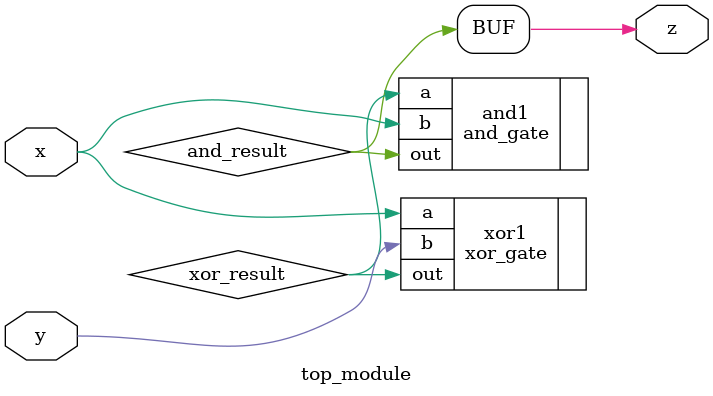
<source format=sv>
module top_module(
	input x,
	input y,
	output z);

	// Declare internal wires
	wire xor_result;
	wire and_result;
	
	// XOR gate
	xor_gate xor1 (
		.a(x),
		.b(y),
		.out(xor_result)
	);

	// AND gate
	and_gate and1 (
		.a(xor_result),
		.b(x),
		.out(and_result)
	);
	
	// Output
	assign z = and_result;
	
endmodule

</source>
